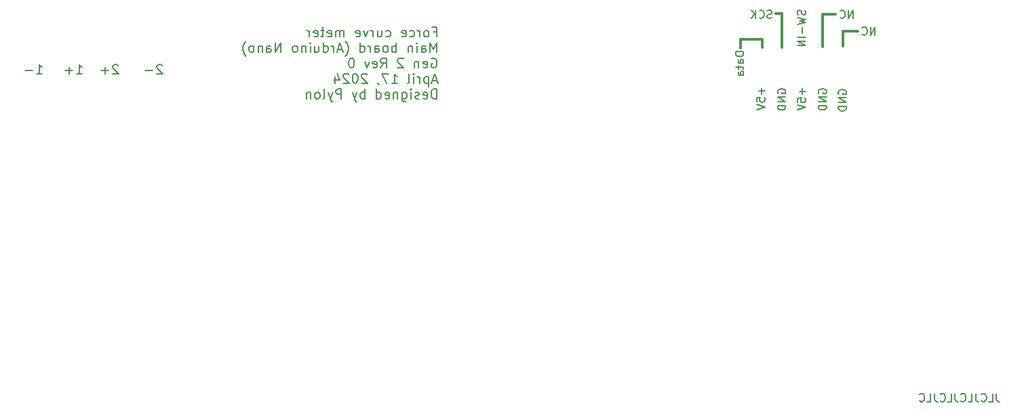
<source format=gbr>
%TF.GenerationSoftware,KiCad,Pcbnew,8.0.1*%
%TF.CreationDate,2024-04-17T23:09:10-04:00*%
%TF.ProjectId,Main-board-ArduinoNano,4d61696e-2d62-46f6-9172-642d41726475,rev?*%
%TF.SameCoordinates,Original*%
%TF.FileFunction,Legend,Bot*%
%TF.FilePolarity,Positive*%
%FSLAX46Y46*%
G04 Gerber Fmt 4.6, Leading zero omitted, Abs format (unit mm)*
G04 Created by KiCad (PCBNEW 8.0.1) date 2024-04-17 23:09:10*
%MOMM*%
%LPD*%
G01*
G04 APERTURE LIST*
%ADD10C,0.300000*%
%ADD11C,0.200000*%
%ADD12C,0.150000*%
G04 APERTURE END LIST*
D10*
X103950000Y-4200000D02*
X101250000Y-4200000D01*
X114050000Y-3200000D02*
X114050000Y-5000000D01*
X106450000Y-1000000D02*
X105650000Y-1000000D01*
X101250000Y-4200000D02*
X101250000Y-5300000D01*
X113150000Y-1100000D02*
X111550000Y-1100000D01*
X106450000Y-5200000D02*
X106450000Y-1000000D01*
X111550000Y-1100000D02*
X111550000Y-5100000D01*
X115950000Y-3200000D02*
X114050000Y-3200000D01*
X103950000Y-5200000D02*
X103950000Y-4200000D01*
D11*
X23585713Y-7459028D02*
X23528570Y-7401885D01*
X23528570Y-7401885D02*
X23414285Y-7344742D01*
X23414285Y-7344742D02*
X23128570Y-7344742D01*
X23128570Y-7344742D02*
X23014285Y-7401885D01*
X23014285Y-7401885D02*
X22957142Y-7459028D01*
X22957142Y-7459028D02*
X22899999Y-7573314D01*
X22899999Y-7573314D02*
X22899999Y-7687600D01*
X22899999Y-7687600D02*
X22957142Y-7859028D01*
X22957142Y-7859028D02*
X23642856Y-8544742D01*
X23642856Y-8544742D02*
X22899999Y-8544742D01*
X22385713Y-8087600D02*
X21471428Y-8087600D01*
X21928570Y-8544742D02*
X21928570Y-7630457D01*
D12*
X133219048Y-48454819D02*
X133219048Y-49169104D01*
X133219048Y-49169104D02*
X133266667Y-49311961D01*
X133266667Y-49311961D02*
X133361905Y-49407200D01*
X133361905Y-49407200D02*
X133504762Y-49454819D01*
X133504762Y-49454819D02*
X133600000Y-49454819D01*
X132266667Y-49454819D02*
X132742857Y-49454819D01*
X132742857Y-49454819D02*
X132742857Y-48454819D01*
X131361905Y-49359580D02*
X131409524Y-49407200D01*
X131409524Y-49407200D02*
X131552381Y-49454819D01*
X131552381Y-49454819D02*
X131647619Y-49454819D01*
X131647619Y-49454819D02*
X131790476Y-49407200D01*
X131790476Y-49407200D02*
X131885714Y-49311961D01*
X131885714Y-49311961D02*
X131933333Y-49216723D01*
X131933333Y-49216723D02*
X131980952Y-49026247D01*
X131980952Y-49026247D02*
X131980952Y-48883390D01*
X131980952Y-48883390D02*
X131933333Y-48692914D01*
X131933333Y-48692914D02*
X131885714Y-48597676D01*
X131885714Y-48597676D02*
X131790476Y-48502438D01*
X131790476Y-48502438D02*
X131647619Y-48454819D01*
X131647619Y-48454819D02*
X131552381Y-48454819D01*
X131552381Y-48454819D02*
X131409524Y-48502438D01*
X131409524Y-48502438D02*
X131361905Y-48550057D01*
X130647619Y-48454819D02*
X130647619Y-49169104D01*
X130647619Y-49169104D02*
X130695238Y-49311961D01*
X130695238Y-49311961D02*
X130790476Y-49407200D01*
X130790476Y-49407200D02*
X130933333Y-49454819D01*
X130933333Y-49454819D02*
X131028571Y-49454819D01*
X129695238Y-49454819D02*
X130171428Y-49454819D01*
X130171428Y-49454819D02*
X130171428Y-48454819D01*
X128790476Y-49359580D02*
X128838095Y-49407200D01*
X128838095Y-49407200D02*
X128980952Y-49454819D01*
X128980952Y-49454819D02*
X129076190Y-49454819D01*
X129076190Y-49454819D02*
X129219047Y-49407200D01*
X129219047Y-49407200D02*
X129314285Y-49311961D01*
X129314285Y-49311961D02*
X129361904Y-49216723D01*
X129361904Y-49216723D02*
X129409523Y-49026247D01*
X129409523Y-49026247D02*
X129409523Y-48883390D01*
X129409523Y-48883390D02*
X129361904Y-48692914D01*
X129361904Y-48692914D02*
X129314285Y-48597676D01*
X129314285Y-48597676D02*
X129219047Y-48502438D01*
X129219047Y-48502438D02*
X129076190Y-48454819D01*
X129076190Y-48454819D02*
X128980952Y-48454819D01*
X128980952Y-48454819D02*
X128838095Y-48502438D01*
X128838095Y-48502438D02*
X128790476Y-48550057D01*
X128076190Y-48454819D02*
X128076190Y-49169104D01*
X128076190Y-49169104D02*
X128123809Y-49311961D01*
X128123809Y-49311961D02*
X128219047Y-49407200D01*
X128219047Y-49407200D02*
X128361904Y-49454819D01*
X128361904Y-49454819D02*
X128457142Y-49454819D01*
X127123809Y-49454819D02*
X127599999Y-49454819D01*
X127599999Y-49454819D02*
X127599999Y-48454819D01*
X126219047Y-49359580D02*
X126266666Y-49407200D01*
X126266666Y-49407200D02*
X126409523Y-49454819D01*
X126409523Y-49454819D02*
X126504761Y-49454819D01*
X126504761Y-49454819D02*
X126647618Y-49407200D01*
X126647618Y-49407200D02*
X126742856Y-49311961D01*
X126742856Y-49311961D02*
X126790475Y-49216723D01*
X126790475Y-49216723D02*
X126838094Y-49026247D01*
X126838094Y-49026247D02*
X126838094Y-48883390D01*
X126838094Y-48883390D02*
X126790475Y-48692914D01*
X126790475Y-48692914D02*
X126742856Y-48597676D01*
X126742856Y-48597676D02*
X126647618Y-48502438D01*
X126647618Y-48502438D02*
X126504761Y-48454819D01*
X126504761Y-48454819D02*
X126409523Y-48454819D01*
X126409523Y-48454819D02*
X126266666Y-48502438D01*
X126266666Y-48502438D02*
X126219047Y-48550057D01*
X125504761Y-48454819D02*
X125504761Y-49169104D01*
X125504761Y-49169104D02*
X125552380Y-49311961D01*
X125552380Y-49311961D02*
X125647618Y-49407200D01*
X125647618Y-49407200D02*
X125790475Y-49454819D01*
X125790475Y-49454819D02*
X125885713Y-49454819D01*
X124552380Y-49454819D02*
X125028570Y-49454819D01*
X125028570Y-49454819D02*
X125028570Y-48454819D01*
X123647618Y-49359580D02*
X123695237Y-49407200D01*
X123695237Y-49407200D02*
X123838094Y-49454819D01*
X123838094Y-49454819D02*
X123933332Y-49454819D01*
X123933332Y-49454819D02*
X124076189Y-49407200D01*
X124076189Y-49407200D02*
X124171427Y-49311961D01*
X124171427Y-49311961D02*
X124219046Y-49216723D01*
X124219046Y-49216723D02*
X124266665Y-49026247D01*
X124266665Y-49026247D02*
X124266665Y-48883390D01*
X124266665Y-48883390D02*
X124219046Y-48692914D01*
X124219046Y-48692914D02*
X124171427Y-48597676D01*
X124171427Y-48597676D02*
X124076189Y-48502438D01*
X124076189Y-48502438D02*
X123933332Y-48454819D01*
X123933332Y-48454819D02*
X123838094Y-48454819D01*
X123838094Y-48454819D02*
X123695237Y-48502438D01*
X123695237Y-48502438D02*
X123647618Y-48550057D01*
D11*
X115335713Y-1552219D02*
X115335713Y-552219D01*
X115335713Y-552219D02*
X114764285Y-1552219D01*
X114764285Y-1552219D02*
X114764285Y-552219D01*
X113716666Y-1456980D02*
X113764285Y-1504600D01*
X113764285Y-1504600D02*
X113907142Y-1552219D01*
X113907142Y-1552219D02*
X114002380Y-1552219D01*
X114002380Y-1552219D02*
X114145237Y-1504600D01*
X114145237Y-1504600D02*
X114240475Y-1409361D01*
X114240475Y-1409361D02*
X114288094Y-1314123D01*
X114288094Y-1314123D02*
X114335713Y-1123647D01*
X114335713Y-1123647D02*
X114335713Y-980790D01*
X114335713Y-980790D02*
X114288094Y-790314D01*
X114288094Y-790314D02*
X114240475Y-695076D01*
X114240475Y-695076D02*
X114145237Y-599838D01*
X114145237Y-599838D02*
X114002380Y-552219D01*
X114002380Y-552219D02*
X113907142Y-552219D01*
X113907142Y-552219D02*
X113764285Y-599838D01*
X113764285Y-599838D02*
X113716666Y-647457D01*
X118085713Y-3652219D02*
X118085713Y-2652219D01*
X118085713Y-2652219D02*
X117514285Y-3652219D01*
X117514285Y-3652219D02*
X117514285Y-2652219D01*
X116466666Y-3556980D02*
X116514285Y-3604600D01*
X116514285Y-3604600D02*
X116657142Y-3652219D01*
X116657142Y-3652219D02*
X116752380Y-3652219D01*
X116752380Y-3652219D02*
X116895237Y-3604600D01*
X116895237Y-3604600D02*
X116990475Y-3509361D01*
X116990475Y-3509361D02*
X117038094Y-3414123D01*
X117038094Y-3414123D02*
X117085713Y-3223647D01*
X117085713Y-3223647D02*
X117085713Y-3080790D01*
X117085713Y-3080790D02*
X117038094Y-2890314D01*
X117038094Y-2890314D02*
X116990475Y-2795076D01*
X116990475Y-2795076D02*
X116895237Y-2699838D01*
X116895237Y-2699838D02*
X116752380Y-2652219D01*
X116752380Y-2652219D02*
X116657142Y-2652219D01*
X116657142Y-2652219D02*
X116514285Y-2699838D01*
X116514285Y-2699838D02*
X116466666Y-2747457D01*
X111049838Y-10938095D02*
X111002219Y-10842857D01*
X111002219Y-10842857D02*
X111002219Y-10700000D01*
X111002219Y-10700000D02*
X111049838Y-10557143D01*
X111049838Y-10557143D02*
X111145076Y-10461905D01*
X111145076Y-10461905D02*
X111240314Y-10414286D01*
X111240314Y-10414286D02*
X111430790Y-10366667D01*
X111430790Y-10366667D02*
X111573647Y-10366667D01*
X111573647Y-10366667D02*
X111764123Y-10414286D01*
X111764123Y-10414286D02*
X111859361Y-10461905D01*
X111859361Y-10461905D02*
X111954600Y-10557143D01*
X111954600Y-10557143D02*
X112002219Y-10700000D01*
X112002219Y-10700000D02*
X112002219Y-10795238D01*
X112002219Y-10795238D02*
X111954600Y-10938095D01*
X111954600Y-10938095D02*
X111906980Y-10985714D01*
X111906980Y-10985714D02*
X111573647Y-10985714D01*
X111573647Y-10985714D02*
X111573647Y-10795238D01*
X112002219Y-11414286D02*
X111002219Y-11414286D01*
X111002219Y-11414286D02*
X112002219Y-11985714D01*
X112002219Y-11985714D02*
X111002219Y-11985714D01*
X112002219Y-12461905D02*
X111002219Y-12461905D01*
X111002219Y-12461905D02*
X111002219Y-12700000D01*
X111002219Y-12700000D02*
X111049838Y-12842857D01*
X111049838Y-12842857D02*
X111145076Y-12938095D01*
X111145076Y-12938095D02*
X111240314Y-12985714D01*
X111240314Y-12985714D02*
X111430790Y-13033333D01*
X111430790Y-13033333D02*
X111573647Y-13033333D01*
X111573647Y-13033333D02*
X111764123Y-12985714D01*
X111764123Y-12985714D02*
X111859361Y-12938095D01*
X111859361Y-12938095D02*
X111954600Y-12842857D01*
X111954600Y-12842857D02*
X112002219Y-12700000D01*
X112002219Y-12700000D02*
X112002219Y-12461905D01*
X105185713Y-1504600D02*
X105042856Y-1552219D01*
X105042856Y-1552219D02*
X104804761Y-1552219D01*
X104804761Y-1552219D02*
X104709523Y-1504600D01*
X104709523Y-1504600D02*
X104661904Y-1456980D01*
X104661904Y-1456980D02*
X104614285Y-1361742D01*
X104614285Y-1361742D02*
X104614285Y-1266504D01*
X104614285Y-1266504D02*
X104661904Y-1171266D01*
X104661904Y-1171266D02*
X104709523Y-1123647D01*
X104709523Y-1123647D02*
X104804761Y-1076028D01*
X104804761Y-1076028D02*
X104995237Y-1028409D01*
X104995237Y-1028409D02*
X105090475Y-980790D01*
X105090475Y-980790D02*
X105138094Y-933171D01*
X105138094Y-933171D02*
X105185713Y-837933D01*
X105185713Y-837933D02*
X105185713Y-742695D01*
X105185713Y-742695D02*
X105138094Y-647457D01*
X105138094Y-647457D02*
X105090475Y-599838D01*
X105090475Y-599838D02*
X104995237Y-552219D01*
X104995237Y-552219D02*
X104757142Y-552219D01*
X104757142Y-552219D02*
X104614285Y-599838D01*
X103614285Y-1456980D02*
X103661904Y-1504600D01*
X103661904Y-1504600D02*
X103804761Y-1552219D01*
X103804761Y-1552219D02*
X103899999Y-1552219D01*
X103899999Y-1552219D02*
X104042856Y-1504600D01*
X104042856Y-1504600D02*
X104138094Y-1409361D01*
X104138094Y-1409361D02*
X104185713Y-1314123D01*
X104185713Y-1314123D02*
X104233332Y-1123647D01*
X104233332Y-1123647D02*
X104233332Y-980790D01*
X104233332Y-980790D02*
X104185713Y-790314D01*
X104185713Y-790314D02*
X104138094Y-695076D01*
X104138094Y-695076D02*
X104042856Y-599838D01*
X104042856Y-599838D02*
X103899999Y-552219D01*
X103899999Y-552219D02*
X103804761Y-552219D01*
X103804761Y-552219D02*
X103661904Y-599838D01*
X103661904Y-599838D02*
X103614285Y-647457D01*
X103185713Y-1552219D02*
X103185713Y-552219D01*
X102614285Y-1552219D02*
X103042856Y-980790D01*
X102614285Y-552219D02*
X103185713Y-1123647D01*
X101652219Y-5747619D02*
X100652219Y-5747619D01*
X100652219Y-5747619D02*
X100652219Y-5985714D01*
X100652219Y-5985714D02*
X100699838Y-6128571D01*
X100699838Y-6128571D02*
X100795076Y-6223809D01*
X100795076Y-6223809D02*
X100890314Y-6271428D01*
X100890314Y-6271428D02*
X101080790Y-6319047D01*
X101080790Y-6319047D02*
X101223647Y-6319047D01*
X101223647Y-6319047D02*
X101414123Y-6271428D01*
X101414123Y-6271428D02*
X101509361Y-6223809D01*
X101509361Y-6223809D02*
X101604600Y-6128571D01*
X101604600Y-6128571D02*
X101652219Y-5985714D01*
X101652219Y-5985714D02*
X101652219Y-5747619D01*
X101652219Y-7176190D02*
X101128409Y-7176190D01*
X101128409Y-7176190D02*
X101033171Y-7128571D01*
X101033171Y-7128571D02*
X100985552Y-7033333D01*
X100985552Y-7033333D02*
X100985552Y-6842857D01*
X100985552Y-6842857D02*
X101033171Y-6747619D01*
X101604600Y-7176190D02*
X101652219Y-7080952D01*
X101652219Y-7080952D02*
X101652219Y-6842857D01*
X101652219Y-6842857D02*
X101604600Y-6747619D01*
X101604600Y-6747619D02*
X101509361Y-6700000D01*
X101509361Y-6700000D02*
X101414123Y-6700000D01*
X101414123Y-6700000D02*
X101318885Y-6747619D01*
X101318885Y-6747619D02*
X101271266Y-6842857D01*
X101271266Y-6842857D02*
X101271266Y-7080952D01*
X101271266Y-7080952D02*
X101223647Y-7176190D01*
X100985552Y-7509524D02*
X100985552Y-7890476D01*
X100652219Y-7652381D02*
X101509361Y-7652381D01*
X101509361Y-7652381D02*
X101604600Y-7700000D01*
X101604600Y-7700000D02*
X101652219Y-7795238D01*
X101652219Y-7795238D02*
X101652219Y-7890476D01*
X101652219Y-8652381D02*
X101128409Y-8652381D01*
X101128409Y-8652381D02*
X101033171Y-8604762D01*
X101033171Y-8604762D02*
X100985552Y-8509524D01*
X100985552Y-8509524D02*
X100985552Y-8319048D01*
X100985552Y-8319048D02*
X101033171Y-8223810D01*
X101604600Y-8652381D02*
X101652219Y-8557143D01*
X101652219Y-8557143D02*
X101652219Y-8319048D01*
X101652219Y-8319048D02*
X101604600Y-8223810D01*
X101604600Y-8223810D02*
X101509361Y-8176191D01*
X101509361Y-8176191D02*
X101414123Y-8176191D01*
X101414123Y-8176191D02*
X101318885Y-8223810D01*
X101318885Y-8223810D02*
X101271266Y-8319048D01*
X101271266Y-8319048D02*
X101271266Y-8557143D01*
X101271266Y-8557143D02*
X101223647Y-8652381D01*
X109021266Y-10314286D02*
X109021266Y-11076191D01*
X109402219Y-10695238D02*
X108640314Y-10695238D01*
X108402219Y-12028571D02*
X108402219Y-11552381D01*
X108402219Y-11552381D02*
X108878409Y-11504762D01*
X108878409Y-11504762D02*
X108830790Y-11552381D01*
X108830790Y-11552381D02*
X108783171Y-11647619D01*
X108783171Y-11647619D02*
X108783171Y-11885714D01*
X108783171Y-11885714D02*
X108830790Y-11980952D01*
X108830790Y-11980952D02*
X108878409Y-12028571D01*
X108878409Y-12028571D02*
X108973647Y-12076190D01*
X108973647Y-12076190D02*
X109211742Y-12076190D01*
X109211742Y-12076190D02*
X109306980Y-12028571D01*
X109306980Y-12028571D02*
X109354600Y-11980952D01*
X109354600Y-11980952D02*
X109402219Y-11885714D01*
X109402219Y-11885714D02*
X109402219Y-11647619D01*
X109402219Y-11647619D02*
X109354600Y-11552381D01*
X109354600Y-11552381D02*
X109306980Y-11504762D01*
X108402219Y-12361905D02*
X109402219Y-12695238D01*
X109402219Y-12695238D02*
X108402219Y-13028571D01*
X103921266Y-10264286D02*
X103921266Y-11026191D01*
X104302219Y-10645238D02*
X103540314Y-10645238D01*
X103302219Y-11978571D02*
X103302219Y-11502381D01*
X103302219Y-11502381D02*
X103778409Y-11454762D01*
X103778409Y-11454762D02*
X103730790Y-11502381D01*
X103730790Y-11502381D02*
X103683171Y-11597619D01*
X103683171Y-11597619D02*
X103683171Y-11835714D01*
X103683171Y-11835714D02*
X103730790Y-11930952D01*
X103730790Y-11930952D02*
X103778409Y-11978571D01*
X103778409Y-11978571D02*
X103873647Y-12026190D01*
X103873647Y-12026190D02*
X104111742Y-12026190D01*
X104111742Y-12026190D02*
X104206980Y-11978571D01*
X104206980Y-11978571D02*
X104254600Y-11930952D01*
X104254600Y-11930952D02*
X104302219Y-11835714D01*
X104302219Y-11835714D02*
X104302219Y-11597619D01*
X104302219Y-11597619D02*
X104254600Y-11502381D01*
X104254600Y-11502381D02*
X104206980Y-11454762D01*
X103302219Y-12311905D02*
X104302219Y-12645238D01*
X104302219Y-12645238D02*
X103302219Y-12978571D01*
X18399999Y-8544742D02*
X19085713Y-8544742D01*
X18742856Y-8544742D02*
X18742856Y-7344742D01*
X18742856Y-7344742D02*
X18857142Y-7516171D01*
X18857142Y-7516171D02*
X18971427Y-7630457D01*
X18971427Y-7630457D02*
X19085713Y-7687600D01*
X17885713Y-8087600D02*
X16971428Y-8087600D01*
X17428570Y-8544742D02*
X17428570Y-7630457D01*
X113549838Y-11038095D02*
X113502219Y-10942857D01*
X113502219Y-10942857D02*
X113502219Y-10800000D01*
X113502219Y-10800000D02*
X113549838Y-10657143D01*
X113549838Y-10657143D02*
X113645076Y-10561905D01*
X113645076Y-10561905D02*
X113740314Y-10514286D01*
X113740314Y-10514286D02*
X113930790Y-10466667D01*
X113930790Y-10466667D02*
X114073647Y-10466667D01*
X114073647Y-10466667D02*
X114264123Y-10514286D01*
X114264123Y-10514286D02*
X114359361Y-10561905D01*
X114359361Y-10561905D02*
X114454600Y-10657143D01*
X114454600Y-10657143D02*
X114502219Y-10800000D01*
X114502219Y-10800000D02*
X114502219Y-10895238D01*
X114502219Y-10895238D02*
X114454600Y-11038095D01*
X114454600Y-11038095D02*
X114406980Y-11085714D01*
X114406980Y-11085714D02*
X114073647Y-11085714D01*
X114073647Y-11085714D02*
X114073647Y-10895238D01*
X114502219Y-11514286D02*
X113502219Y-11514286D01*
X113502219Y-11514286D02*
X114502219Y-12085714D01*
X114502219Y-12085714D02*
X113502219Y-12085714D01*
X114502219Y-12561905D02*
X113502219Y-12561905D01*
X113502219Y-12561905D02*
X113502219Y-12800000D01*
X113502219Y-12800000D02*
X113549838Y-12942857D01*
X113549838Y-12942857D02*
X113645076Y-13038095D01*
X113645076Y-13038095D02*
X113740314Y-13085714D01*
X113740314Y-13085714D02*
X113930790Y-13133333D01*
X113930790Y-13133333D02*
X114073647Y-13133333D01*
X114073647Y-13133333D02*
X114264123Y-13085714D01*
X114264123Y-13085714D02*
X114359361Y-13038095D01*
X114359361Y-13038095D02*
X114454600Y-12942857D01*
X114454600Y-12942857D02*
X114502219Y-12800000D01*
X114502219Y-12800000D02*
X114502219Y-12561905D01*
X109354600Y-561905D02*
X109402219Y-704762D01*
X109402219Y-704762D02*
X109402219Y-942857D01*
X109402219Y-942857D02*
X109354600Y-1038095D01*
X109354600Y-1038095D02*
X109306980Y-1085714D01*
X109306980Y-1085714D02*
X109211742Y-1133333D01*
X109211742Y-1133333D02*
X109116504Y-1133333D01*
X109116504Y-1133333D02*
X109021266Y-1085714D01*
X109021266Y-1085714D02*
X108973647Y-1038095D01*
X108973647Y-1038095D02*
X108926028Y-942857D01*
X108926028Y-942857D02*
X108878409Y-752381D01*
X108878409Y-752381D02*
X108830790Y-657143D01*
X108830790Y-657143D02*
X108783171Y-609524D01*
X108783171Y-609524D02*
X108687933Y-561905D01*
X108687933Y-561905D02*
X108592695Y-561905D01*
X108592695Y-561905D02*
X108497457Y-609524D01*
X108497457Y-609524D02*
X108449838Y-657143D01*
X108449838Y-657143D02*
X108402219Y-752381D01*
X108402219Y-752381D02*
X108402219Y-990476D01*
X108402219Y-990476D02*
X108449838Y-1133333D01*
X108402219Y-1466667D02*
X109402219Y-1704762D01*
X109402219Y-1704762D02*
X108687933Y-1895238D01*
X108687933Y-1895238D02*
X109402219Y-2085714D01*
X109402219Y-2085714D02*
X108402219Y-2323810D01*
X109021266Y-2704762D02*
X109021266Y-3466667D01*
X109402219Y-3942857D02*
X108402219Y-3942857D01*
X109402219Y-4419047D02*
X108402219Y-4419047D01*
X108402219Y-4419047D02*
X109402219Y-4990475D01*
X109402219Y-4990475D02*
X108402219Y-4990475D01*
X13399999Y-8544742D02*
X14085713Y-8544742D01*
X13742856Y-8544742D02*
X13742856Y-7344742D01*
X13742856Y-7344742D02*
X13857142Y-7516171D01*
X13857142Y-7516171D02*
X13971427Y-7630457D01*
X13971427Y-7630457D02*
X14085713Y-7687600D01*
X12885713Y-8087600D02*
X11971428Y-8087600D01*
X105949838Y-10938095D02*
X105902219Y-10842857D01*
X105902219Y-10842857D02*
X105902219Y-10700000D01*
X105902219Y-10700000D02*
X105949838Y-10557143D01*
X105949838Y-10557143D02*
X106045076Y-10461905D01*
X106045076Y-10461905D02*
X106140314Y-10414286D01*
X106140314Y-10414286D02*
X106330790Y-10366667D01*
X106330790Y-10366667D02*
X106473647Y-10366667D01*
X106473647Y-10366667D02*
X106664123Y-10414286D01*
X106664123Y-10414286D02*
X106759361Y-10461905D01*
X106759361Y-10461905D02*
X106854600Y-10557143D01*
X106854600Y-10557143D02*
X106902219Y-10700000D01*
X106902219Y-10700000D02*
X106902219Y-10795238D01*
X106902219Y-10795238D02*
X106854600Y-10938095D01*
X106854600Y-10938095D02*
X106806980Y-10985714D01*
X106806980Y-10985714D02*
X106473647Y-10985714D01*
X106473647Y-10985714D02*
X106473647Y-10795238D01*
X106902219Y-11414286D02*
X105902219Y-11414286D01*
X105902219Y-11414286D02*
X106902219Y-11985714D01*
X106902219Y-11985714D02*
X105902219Y-11985714D01*
X106902219Y-12461905D02*
X105902219Y-12461905D01*
X105902219Y-12461905D02*
X105902219Y-12700000D01*
X105902219Y-12700000D02*
X105949838Y-12842857D01*
X105949838Y-12842857D02*
X106045076Y-12938095D01*
X106045076Y-12938095D02*
X106140314Y-12985714D01*
X106140314Y-12985714D02*
X106330790Y-13033333D01*
X106330790Y-13033333D02*
X106473647Y-13033333D01*
X106473647Y-13033333D02*
X106664123Y-12985714D01*
X106664123Y-12985714D02*
X106759361Y-12938095D01*
X106759361Y-12938095D02*
X106854600Y-12842857D01*
X106854600Y-12842857D02*
X106902219Y-12700000D01*
X106902219Y-12700000D02*
X106902219Y-12461905D01*
X29085713Y-7459028D02*
X29028570Y-7401885D01*
X29028570Y-7401885D02*
X28914285Y-7344742D01*
X28914285Y-7344742D02*
X28628570Y-7344742D01*
X28628570Y-7344742D02*
X28514285Y-7401885D01*
X28514285Y-7401885D02*
X28457142Y-7459028D01*
X28457142Y-7459028D02*
X28399999Y-7573314D01*
X28399999Y-7573314D02*
X28399999Y-7687600D01*
X28399999Y-7687600D02*
X28457142Y-7859028D01*
X28457142Y-7859028D02*
X29142856Y-8544742D01*
X29142856Y-8544742D02*
X28399999Y-8544742D01*
X27885713Y-8087600D02*
X26971428Y-8087600D01*
X62932707Y-3252305D02*
X63332707Y-3252305D01*
X63332707Y-3880876D02*
X63332707Y-2680876D01*
X63332707Y-2680876D02*
X62761279Y-2680876D01*
X62132708Y-3880876D02*
X62246993Y-3823734D01*
X62246993Y-3823734D02*
X62304136Y-3766591D01*
X62304136Y-3766591D02*
X62361279Y-3652305D01*
X62361279Y-3652305D02*
X62361279Y-3309448D01*
X62361279Y-3309448D02*
X62304136Y-3195162D01*
X62304136Y-3195162D02*
X62246993Y-3138019D01*
X62246993Y-3138019D02*
X62132708Y-3080876D01*
X62132708Y-3080876D02*
X61961279Y-3080876D01*
X61961279Y-3080876D02*
X61846993Y-3138019D01*
X61846993Y-3138019D02*
X61789851Y-3195162D01*
X61789851Y-3195162D02*
X61732708Y-3309448D01*
X61732708Y-3309448D02*
X61732708Y-3652305D01*
X61732708Y-3652305D02*
X61789851Y-3766591D01*
X61789851Y-3766591D02*
X61846993Y-3823734D01*
X61846993Y-3823734D02*
X61961279Y-3880876D01*
X61961279Y-3880876D02*
X62132708Y-3880876D01*
X61218422Y-3880876D02*
X61218422Y-3080876D01*
X61218422Y-3309448D02*
X61161279Y-3195162D01*
X61161279Y-3195162D02*
X61104137Y-3138019D01*
X61104137Y-3138019D02*
X60989851Y-3080876D01*
X60989851Y-3080876D02*
X60875565Y-3080876D01*
X59961280Y-3823734D02*
X60075565Y-3880876D01*
X60075565Y-3880876D02*
X60304137Y-3880876D01*
X60304137Y-3880876D02*
X60418422Y-3823734D01*
X60418422Y-3823734D02*
X60475565Y-3766591D01*
X60475565Y-3766591D02*
X60532708Y-3652305D01*
X60532708Y-3652305D02*
X60532708Y-3309448D01*
X60532708Y-3309448D02*
X60475565Y-3195162D01*
X60475565Y-3195162D02*
X60418422Y-3138019D01*
X60418422Y-3138019D02*
X60304137Y-3080876D01*
X60304137Y-3080876D02*
X60075565Y-3080876D01*
X60075565Y-3080876D02*
X59961280Y-3138019D01*
X58989851Y-3823734D02*
X59104137Y-3880876D01*
X59104137Y-3880876D02*
X59332709Y-3880876D01*
X59332709Y-3880876D02*
X59446994Y-3823734D01*
X59446994Y-3823734D02*
X59504137Y-3709448D01*
X59504137Y-3709448D02*
X59504137Y-3252305D01*
X59504137Y-3252305D02*
X59446994Y-3138019D01*
X59446994Y-3138019D02*
X59332709Y-3080876D01*
X59332709Y-3080876D02*
X59104137Y-3080876D01*
X59104137Y-3080876D02*
X58989851Y-3138019D01*
X58989851Y-3138019D02*
X58932709Y-3252305D01*
X58932709Y-3252305D02*
X58932709Y-3366591D01*
X58932709Y-3366591D02*
X59504137Y-3480876D01*
X56989852Y-3823734D02*
X57104137Y-3880876D01*
X57104137Y-3880876D02*
X57332709Y-3880876D01*
X57332709Y-3880876D02*
X57446994Y-3823734D01*
X57446994Y-3823734D02*
X57504137Y-3766591D01*
X57504137Y-3766591D02*
X57561280Y-3652305D01*
X57561280Y-3652305D02*
X57561280Y-3309448D01*
X57561280Y-3309448D02*
X57504137Y-3195162D01*
X57504137Y-3195162D02*
X57446994Y-3138019D01*
X57446994Y-3138019D02*
X57332709Y-3080876D01*
X57332709Y-3080876D02*
X57104137Y-3080876D01*
X57104137Y-3080876D02*
X56989852Y-3138019D01*
X55961281Y-3080876D02*
X55961281Y-3880876D01*
X56475566Y-3080876D02*
X56475566Y-3709448D01*
X56475566Y-3709448D02*
X56418423Y-3823734D01*
X56418423Y-3823734D02*
X56304138Y-3880876D01*
X56304138Y-3880876D02*
X56132709Y-3880876D01*
X56132709Y-3880876D02*
X56018423Y-3823734D01*
X56018423Y-3823734D02*
X55961281Y-3766591D01*
X55389852Y-3880876D02*
X55389852Y-3080876D01*
X55389852Y-3309448D02*
X55332709Y-3195162D01*
X55332709Y-3195162D02*
X55275567Y-3138019D01*
X55275567Y-3138019D02*
X55161281Y-3080876D01*
X55161281Y-3080876D02*
X55046995Y-3080876D01*
X54761281Y-3080876D02*
X54475567Y-3880876D01*
X54475567Y-3880876D02*
X54189852Y-3080876D01*
X53275566Y-3823734D02*
X53389852Y-3880876D01*
X53389852Y-3880876D02*
X53618424Y-3880876D01*
X53618424Y-3880876D02*
X53732709Y-3823734D01*
X53732709Y-3823734D02*
X53789852Y-3709448D01*
X53789852Y-3709448D02*
X53789852Y-3252305D01*
X53789852Y-3252305D02*
X53732709Y-3138019D01*
X53732709Y-3138019D02*
X53618424Y-3080876D01*
X53618424Y-3080876D02*
X53389852Y-3080876D01*
X53389852Y-3080876D02*
X53275566Y-3138019D01*
X53275566Y-3138019D02*
X53218424Y-3252305D01*
X53218424Y-3252305D02*
X53218424Y-3366591D01*
X53218424Y-3366591D02*
X53789852Y-3480876D01*
X51789852Y-3880876D02*
X51789852Y-3080876D01*
X51789852Y-3195162D02*
X51732709Y-3138019D01*
X51732709Y-3138019D02*
X51618424Y-3080876D01*
X51618424Y-3080876D02*
X51446995Y-3080876D01*
X51446995Y-3080876D02*
X51332709Y-3138019D01*
X51332709Y-3138019D02*
X51275567Y-3252305D01*
X51275567Y-3252305D02*
X51275567Y-3880876D01*
X51275567Y-3252305D02*
X51218424Y-3138019D01*
X51218424Y-3138019D02*
X51104138Y-3080876D01*
X51104138Y-3080876D02*
X50932709Y-3080876D01*
X50932709Y-3080876D02*
X50818424Y-3138019D01*
X50818424Y-3138019D02*
X50761281Y-3252305D01*
X50761281Y-3252305D02*
X50761281Y-3880876D01*
X49732709Y-3823734D02*
X49846995Y-3880876D01*
X49846995Y-3880876D02*
X50075567Y-3880876D01*
X50075567Y-3880876D02*
X50189852Y-3823734D01*
X50189852Y-3823734D02*
X50246995Y-3709448D01*
X50246995Y-3709448D02*
X50246995Y-3252305D01*
X50246995Y-3252305D02*
X50189852Y-3138019D01*
X50189852Y-3138019D02*
X50075567Y-3080876D01*
X50075567Y-3080876D02*
X49846995Y-3080876D01*
X49846995Y-3080876D02*
X49732709Y-3138019D01*
X49732709Y-3138019D02*
X49675567Y-3252305D01*
X49675567Y-3252305D02*
X49675567Y-3366591D01*
X49675567Y-3366591D02*
X50246995Y-3480876D01*
X49332710Y-3080876D02*
X48875567Y-3080876D01*
X49161281Y-2680876D02*
X49161281Y-3709448D01*
X49161281Y-3709448D02*
X49104138Y-3823734D01*
X49104138Y-3823734D02*
X48989853Y-3880876D01*
X48989853Y-3880876D02*
X48875567Y-3880876D01*
X48018424Y-3823734D02*
X48132710Y-3880876D01*
X48132710Y-3880876D02*
X48361282Y-3880876D01*
X48361282Y-3880876D02*
X48475567Y-3823734D01*
X48475567Y-3823734D02*
X48532710Y-3709448D01*
X48532710Y-3709448D02*
X48532710Y-3252305D01*
X48532710Y-3252305D02*
X48475567Y-3138019D01*
X48475567Y-3138019D02*
X48361282Y-3080876D01*
X48361282Y-3080876D02*
X48132710Y-3080876D01*
X48132710Y-3080876D02*
X48018424Y-3138019D01*
X48018424Y-3138019D02*
X47961282Y-3252305D01*
X47961282Y-3252305D02*
X47961282Y-3366591D01*
X47961282Y-3366591D02*
X48532710Y-3480876D01*
X47446996Y-3880876D02*
X47446996Y-3080876D01*
X47446996Y-3309448D02*
X47389853Y-3195162D01*
X47389853Y-3195162D02*
X47332711Y-3138019D01*
X47332711Y-3138019D02*
X47218425Y-3080876D01*
X47218425Y-3080876D02*
X47104139Y-3080876D01*
X63332707Y-5812809D02*
X63332707Y-4612809D01*
X63332707Y-4612809D02*
X62932707Y-5469952D01*
X62932707Y-5469952D02*
X62532707Y-4612809D01*
X62532707Y-4612809D02*
X62532707Y-5812809D01*
X61446993Y-5812809D02*
X61446993Y-5184238D01*
X61446993Y-5184238D02*
X61504135Y-5069952D01*
X61504135Y-5069952D02*
X61618421Y-5012809D01*
X61618421Y-5012809D02*
X61846993Y-5012809D01*
X61846993Y-5012809D02*
X61961278Y-5069952D01*
X61446993Y-5755667D02*
X61561278Y-5812809D01*
X61561278Y-5812809D02*
X61846993Y-5812809D01*
X61846993Y-5812809D02*
X61961278Y-5755667D01*
X61961278Y-5755667D02*
X62018421Y-5641381D01*
X62018421Y-5641381D02*
X62018421Y-5527095D01*
X62018421Y-5527095D02*
X61961278Y-5412809D01*
X61961278Y-5412809D02*
X61846993Y-5355667D01*
X61846993Y-5355667D02*
X61561278Y-5355667D01*
X61561278Y-5355667D02*
X61446993Y-5298524D01*
X60875564Y-5812809D02*
X60875564Y-5012809D01*
X60875564Y-4612809D02*
X60932707Y-4669952D01*
X60932707Y-4669952D02*
X60875564Y-4727095D01*
X60875564Y-4727095D02*
X60818421Y-4669952D01*
X60818421Y-4669952D02*
X60875564Y-4612809D01*
X60875564Y-4612809D02*
X60875564Y-4727095D01*
X60304135Y-5012809D02*
X60304135Y-5812809D01*
X60304135Y-5127095D02*
X60246992Y-5069952D01*
X60246992Y-5069952D02*
X60132707Y-5012809D01*
X60132707Y-5012809D02*
X59961278Y-5012809D01*
X59961278Y-5012809D02*
X59846992Y-5069952D01*
X59846992Y-5069952D02*
X59789850Y-5184238D01*
X59789850Y-5184238D02*
X59789850Y-5812809D01*
X58304135Y-5812809D02*
X58304135Y-4612809D01*
X58304135Y-5069952D02*
X58189850Y-5012809D01*
X58189850Y-5012809D02*
X57961278Y-5012809D01*
X57961278Y-5012809D02*
X57846992Y-5069952D01*
X57846992Y-5069952D02*
X57789850Y-5127095D01*
X57789850Y-5127095D02*
X57732707Y-5241381D01*
X57732707Y-5241381D02*
X57732707Y-5584238D01*
X57732707Y-5584238D02*
X57789850Y-5698524D01*
X57789850Y-5698524D02*
X57846992Y-5755667D01*
X57846992Y-5755667D02*
X57961278Y-5812809D01*
X57961278Y-5812809D02*
X58189850Y-5812809D01*
X58189850Y-5812809D02*
X58304135Y-5755667D01*
X57046993Y-5812809D02*
X57161278Y-5755667D01*
X57161278Y-5755667D02*
X57218421Y-5698524D01*
X57218421Y-5698524D02*
X57275564Y-5584238D01*
X57275564Y-5584238D02*
X57275564Y-5241381D01*
X57275564Y-5241381D02*
X57218421Y-5127095D01*
X57218421Y-5127095D02*
X57161278Y-5069952D01*
X57161278Y-5069952D02*
X57046993Y-5012809D01*
X57046993Y-5012809D02*
X56875564Y-5012809D01*
X56875564Y-5012809D02*
X56761278Y-5069952D01*
X56761278Y-5069952D02*
X56704136Y-5127095D01*
X56704136Y-5127095D02*
X56646993Y-5241381D01*
X56646993Y-5241381D02*
X56646993Y-5584238D01*
X56646993Y-5584238D02*
X56704136Y-5698524D01*
X56704136Y-5698524D02*
X56761278Y-5755667D01*
X56761278Y-5755667D02*
X56875564Y-5812809D01*
X56875564Y-5812809D02*
X57046993Y-5812809D01*
X55618422Y-5812809D02*
X55618422Y-5184238D01*
X55618422Y-5184238D02*
X55675564Y-5069952D01*
X55675564Y-5069952D02*
X55789850Y-5012809D01*
X55789850Y-5012809D02*
X56018422Y-5012809D01*
X56018422Y-5012809D02*
X56132707Y-5069952D01*
X55618422Y-5755667D02*
X55732707Y-5812809D01*
X55732707Y-5812809D02*
X56018422Y-5812809D01*
X56018422Y-5812809D02*
X56132707Y-5755667D01*
X56132707Y-5755667D02*
X56189850Y-5641381D01*
X56189850Y-5641381D02*
X56189850Y-5527095D01*
X56189850Y-5527095D02*
X56132707Y-5412809D01*
X56132707Y-5412809D02*
X56018422Y-5355667D01*
X56018422Y-5355667D02*
X55732707Y-5355667D01*
X55732707Y-5355667D02*
X55618422Y-5298524D01*
X55046993Y-5812809D02*
X55046993Y-5012809D01*
X55046993Y-5241381D02*
X54989850Y-5127095D01*
X54989850Y-5127095D02*
X54932708Y-5069952D01*
X54932708Y-5069952D02*
X54818422Y-5012809D01*
X54818422Y-5012809D02*
X54704136Y-5012809D01*
X53789851Y-5812809D02*
X53789851Y-4612809D01*
X53789851Y-5755667D02*
X53904136Y-5812809D01*
X53904136Y-5812809D02*
X54132708Y-5812809D01*
X54132708Y-5812809D02*
X54246993Y-5755667D01*
X54246993Y-5755667D02*
X54304136Y-5698524D01*
X54304136Y-5698524D02*
X54361279Y-5584238D01*
X54361279Y-5584238D02*
X54361279Y-5241381D01*
X54361279Y-5241381D02*
X54304136Y-5127095D01*
X54304136Y-5127095D02*
X54246993Y-5069952D01*
X54246993Y-5069952D02*
X54132708Y-5012809D01*
X54132708Y-5012809D02*
X53904136Y-5012809D01*
X53904136Y-5012809D02*
X53789851Y-5069952D01*
X51961279Y-6269952D02*
X52018422Y-6212809D01*
X52018422Y-6212809D02*
X52132708Y-6041381D01*
X52132708Y-6041381D02*
X52189851Y-5927095D01*
X52189851Y-5927095D02*
X52246993Y-5755667D01*
X52246993Y-5755667D02*
X52304136Y-5469952D01*
X52304136Y-5469952D02*
X52304136Y-5241381D01*
X52304136Y-5241381D02*
X52246993Y-4955667D01*
X52246993Y-4955667D02*
X52189851Y-4784238D01*
X52189851Y-4784238D02*
X52132708Y-4669952D01*
X52132708Y-4669952D02*
X52018422Y-4498524D01*
X52018422Y-4498524D02*
X51961279Y-4441381D01*
X51561279Y-5469952D02*
X50989851Y-5469952D01*
X51675565Y-5812809D02*
X51275565Y-4612809D01*
X51275565Y-4612809D02*
X50875565Y-5812809D01*
X50475565Y-5812809D02*
X50475565Y-5012809D01*
X50475565Y-5241381D02*
X50418422Y-5127095D01*
X50418422Y-5127095D02*
X50361280Y-5069952D01*
X50361280Y-5069952D02*
X50246994Y-5012809D01*
X50246994Y-5012809D02*
X50132708Y-5012809D01*
X49218423Y-5812809D02*
X49218423Y-4612809D01*
X49218423Y-5755667D02*
X49332708Y-5812809D01*
X49332708Y-5812809D02*
X49561280Y-5812809D01*
X49561280Y-5812809D02*
X49675565Y-5755667D01*
X49675565Y-5755667D02*
X49732708Y-5698524D01*
X49732708Y-5698524D02*
X49789851Y-5584238D01*
X49789851Y-5584238D02*
X49789851Y-5241381D01*
X49789851Y-5241381D02*
X49732708Y-5127095D01*
X49732708Y-5127095D02*
X49675565Y-5069952D01*
X49675565Y-5069952D02*
X49561280Y-5012809D01*
X49561280Y-5012809D02*
X49332708Y-5012809D01*
X49332708Y-5012809D02*
X49218423Y-5069952D01*
X48132709Y-5012809D02*
X48132709Y-5812809D01*
X48646994Y-5012809D02*
X48646994Y-5641381D01*
X48646994Y-5641381D02*
X48589851Y-5755667D01*
X48589851Y-5755667D02*
X48475566Y-5812809D01*
X48475566Y-5812809D02*
X48304137Y-5812809D01*
X48304137Y-5812809D02*
X48189851Y-5755667D01*
X48189851Y-5755667D02*
X48132709Y-5698524D01*
X47561280Y-5812809D02*
X47561280Y-5012809D01*
X47561280Y-4612809D02*
X47618423Y-4669952D01*
X47618423Y-4669952D02*
X47561280Y-4727095D01*
X47561280Y-4727095D02*
X47504137Y-4669952D01*
X47504137Y-4669952D02*
X47561280Y-4612809D01*
X47561280Y-4612809D02*
X47561280Y-4727095D01*
X46989851Y-5012809D02*
X46989851Y-5812809D01*
X46989851Y-5127095D02*
X46932708Y-5069952D01*
X46932708Y-5069952D02*
X46818423Y-5012809D01*
X46818423Y-5012809D02*
X46646994Y-5012809D01*
X46646994Y-5012809D02*
X46532708Y-5069952D01*
X46532708Y-5069952D02*
X46475566Y-5184238D01*
X46475566Y-5184238D02*
X46475566Y-5812809D01*
X45732709Y-5812809D02*
X45846994Y-5755667D01*
X45846994Y-5755667D02*
X45904137Y-5698524D01*
X45904137Y-5698524D02*
X45961280Y-5584238D01*
X45961280Y-5584238D02*
X45961280Y-5241381D01*
X45961280Y-5241381D02*
X45904137Y-5127095D01*
X45904137Y-5127095D02*
X45846994Y-5069952D01*
X45846994Y-5069952D02*
X45732709Y-5012809D01*
X45732709Y-5012809D02*
X45561280Y-5012809D01*
X45561280Y-5012809D02*
X45446994Y-5069952D01*
X45446994Y-5069952D02*
X45389852Y-5127095D01*
X45389852Y-5127095D02*
X45332709Y-5241381D01*
X45332709Y-5241381D02*
X45332709Y-5584238D01*
X45332709Y-5584238D02*
X45389852Y-5698524D01*
X45389852Y-5698524D02*
X45446994Y-5755667D01*
X45446994Y-5755667D02*
X45561280Y-5812809D01*
X45561280Y-5812809D02*
X45732709Y-5812809D01*
X43904137Y-5812809D02*
X43904137Y-4612809D01*
X43904137Y-4612809D02*
X43218423Y-5812809D01*
X43218423Y-5812809D02*
X43218423Y-4612809D01*
X42132709Y-5812809D02*
X42132709Y-5184238D01*
X42132709Y-5184238D02*
X42189851Y-5069952D01*
X42189851Y-5069952D02*
X42304137Y-5012809D01*
X42304137Y-5012809D02*
X42532709Y-5012809D01*
X42532709Y-5012809D02*
X42646994Y-5069952D01*
X42132709Y-5755667D02*
X42246994Y-5812809D01*
X42246994Y-5812809D02*
X42532709Y-5812809D01*
X42532709Y-5812809D02*
X42646994Y-5755667D01*
X42646994Y-5755667D02*
X42704137Y-5641381D01*
X42704137Y-5641381D02*
X42704137Y-5527095D01*
X42704137Y-5527095D02*
X42646994Y-5412809D01*
X42646994Y-5412809D02*
X42532709Y-5355667D01*
X42532709Y-5355667D02*
X42246994Y-5355667D01*
X42246994Y-5355667D02*
X42132709Y-5298524D01*
X41561280Y-5012809D02*
X41561280Y-5812809D01*
X41561280Y-5127095D02*
X41504137Y-5069952D01*
X41504137Y-5069952D02*
X41389852Y-5012809D01*
X41389852Y-5012809D02*
X41218423Y-5012809D01*
X41218423Y-5012809D02*
X41104137Y-5069952D01*
X41104137Y-5069952D02*
X41046995Y-5184238D01*
X41046995Y-5184238D02*
X41046995Y-5812809D01*
X40304138Y-5812809D02*
X40418423Y-5755667D01*
X40418423Y-5755667D02*
X40475566Y-5698524D01*
X40475566Y-5698524D02*
X40532709Y-5584238D01*
X40532709Y-5584238D02*
X40532709Y-5241381D01*
X40532709Y-5241381D02*
X40475566Y-5127095D01*
X40475566Y-5127095D02*
X40418423Y-5069952D01*
X40418423Y-5069952D02*
X40304138Y-5012809D01*
X40304138Y-5012809D02*
X40132709Y-5012809D01*
X40132709Y-5012809D02*
X40018423Y-5069952D01*
X40018423Y-5069952D02*
X39961281Y-5127095D01*
X39961281Y-5127095D02*
X39904138Y-5241381D01*
X39904138Y-5241381D02*
X39904138Y-5584238D01*
X39904138Y-5584238D02*
X39961281Y-5698524D01*
X39961281Y-5698524D02*
X40018423Y-5755667D01*
X40018423Y-5755667D02*
X40132709Y-5812809D01*
X40132709Y-5812809D02*
X40304138Y-5812809D01*
X39504138Y-6269952D02*
X39446995Y-6212809D01*
X39446995Y-6212809D02*
X39332709Y-6041381D01*
X39332709Y-6041381D02*
X39275567Y-5927095D01*
X39275567Y-5927095D02*
X39218424Y-5755667D01*
X39218424Y-5755667D02*
X39161281Y-5469952D01*
X39161281Y-5469952D02*
X39161281Y-5241381D01*
X39161281Y-5241381D02*
X39218424Y-4955667D01*
X39218424Y-4955667D02*
X39275567Y-4784238D01*
X39275567Y-4784238D02*
X39332709Y-4669952D01*
X39332709Y-4669952D02*
X39446995Y-4498524D01*
X39446995Y-4498524D02*
X39504138Y-4441381D01*
X62704136Y-6601885D02*
X62818422Y-6544742D01*
X62818422Y-6544742D02*
X62989850Y-6544742D01*
X62989850Y-6544742D02*
X63161279Y-6601885D01*
X63161279Y-6601885D02*
X63275564Y-6716171D01*
X63275564Y-6716171D02*
X63332707Y-6830457D01*
X63332707Y-6830457D02*
X63389850Y-7059028D01*
X63389850Y-7059028D02*
X63389850Y-7230457D01*
X63389850Y-7230457D02*
X63332707Y-7459028D01*
X63332707Y-7459028D02*
X63275564Y-7573314D01*
X63275564Y-7573314D02*
X63161279Y-7687600D01*
X63161279Y-7687600D02*
X62989850Y-7744742D01*
X62989850Y-7744742D02*
X62875564Y-7744742D01*
X62875564Y-7744742D02*
X62704136Y-7687600D01*
X62704136Y-7687600D02*
X62646993Y-7630457D01*
X62646993Y-7630457D02*
X62646993Y-7230457D01*
X62646993Y-7230457D02*
X62875564Y-7230457D01*
X61675564Y-7687600D02*
X61789850Y-7744742D01*
X61789850Y-7744742D02*
X62018422Y-7744742D01*
X62018422Y-7744742D02*
X62132707Y-7687600D01*
X62132707Y-7687600D02*
X62189850Y-7573314D01*
X62189850Y-7573314D02*
X62189850Y-7116171D01*
X62189850Y-7116171D02*
X62132707Y-7001885D01*
X62132707Y-7001885D02*
X62018422Y-6944742D01*
X62018422Y-6944742D02*
X61789850Y-6944742D01*
X61789850Y-6944742D02*
X61675564Y-7001885D01*
X61675564Y-7001885D02*
X61618422Y-7116171D01*
X61618422Y-7116171D02*
X61618422Y-7230457D01*
X61618422Y-7230457D02*
X62189850Y-7344742D01*
X61104136Y-6944742D02*
X61104136Y-7744742D01*
X61104136Y-7059028D02*
X61046993Y-7001885D01*
X61046993Y-7001885D02*
X60932708Y-6944742D01*
X60932708Y-6944742D02*
X60761279Y-6944742D01*
X60761279Y-6944742D02*
X60646993Y-7001885D01*
X60646993Y-7001885D02*
X60589851Y-7116171D01*
X60589851Y-7116171D02*
X60589851Y-7744742D01*
X59161279Y-6659028D02*
X59104136Y-6601885D01*
X59104136Y-6601885D02*
X58989851Y-6544742D01*
X58989851Y-6544742D02*
X58704136Y-6544742D01*
X58704136Y-6544742D02*
X58589851Y-6601885D01*
X58589851Y-6601885D02*
X58532708Y-6659028D01*
X58532708Y-6659028D02*
X58475565Y-6773314D01*
X58475565Y-6773314D02*
X58475565Y-6887600D01*
X58475565Y-6887600D02*
X58532708Y-7059028D01*
X58532708Y-7059028D02*
X59218422Y-7744742D01*
X59218422Y-7744742D02*
X58475565Y-7744742D01*
X56361279Y-7744742D02*
X56761279Y-7173314D01*
X57046993Y-7744742D02*
X57046993Y-6544742D01*
X57046993Y-6544742D02*
X56589850Y-6544742D01*
X56589850Y-6544742D02*
X56475565Y-6601885D01*
X56475565Y-6601885D02*
X56418422Y-6659028D01*
X56418422Y-6659028D02*
X56361279Y-6773314D01*
X56361279Y-6773314D02*
X56361279Y-6944742D01*
X56361279Y-6944742D02*
X56418422Y-7059028D01*
X56418422Y-7059028D02*
X56475565Y-7116171D01*
X56475565Y-7116171D02*
X56589850Y-7173314D01*
X56589850Y-7173314D02*
X57046993Y-7173314D01*
X55389850Y-7687600D02*
X55504136Y-7744742D01*
X55504136Y-7744742D02*
X55732708Y-7744742D01*
X55732708Y-7744742D02*
X55846993Y-7687600D01*
X55846993Y-7687600D02*
X55904136Y-7573314D01*
X55904136Y-7573314D02*
X55904136Y-7116171D01*
X55904136Y-7116171D02*
X55846993Y-7001885D01*
X55846993Y-7001885D02*
X55732708Y-6944742D01*
X55732708Y-6944742D02*
X55504136Y-6944742D01*
X55504136Y-6944742D02*
X55389850Y-7001885D01*
X55389850Y-7001885D02*
X55332708Y-7116171D01*
X55332708Y-7116171D02*
X55332708Y-7230457D01*
X55332708Y-7230457D02*
X55904136Y-7344742D01*
X54932708Y-6944742D02*
X54646994Y-7744742D01*
X54646994Y-7744742D02*
X54361279Y-6944742D01*
X52761279Y-6544742D02*
X52646993Y-6544742D01*
X52646993Y-6544742D02*
X52532707Y-6601885D01*
X52532707Y-6601885D02*
X52475565Y-6659028D01*
X52475565Y-6659028D02*
X52418422Y-6773314D01*
X52418422Y-6773314D02*
X52361279Y-7001885D01*
X52361279Y-7001885D02*
X52361279Y-7287600D01*
X52361279Y-7287600D02*
X52418422Y-7516171D01*
X52418422Y-7516171D02*
X52475565Y-7630457D01*
X52475565Y-7630457D02*
X52532707Y-7687600D01*
X52532707Y-7687600D02*
X52646993Y-7744742D01*
X52646993Y-7744742D02*
X52761279Y-7744742D01*
X52761279Y-7744742D02*
X52875565Y-7687600D01*
X52875565Y-7687600D02*
X52932707Y-7630457D01*
X52932707Y-7630457D02*
X52989850Y-7516171D01*
X52989850Y-7516171D02*
X53046993Y-7287600D01*
X53046993Y-7287600D02*
X53046993Y-7001885D01*
X53046993Y-7001885D02*
X52989850Y-6773314D01*
X52989850Y-6773314D02*
X52932707Y-6659028D01*
X52932707Y-6659028D02*
X52875565Y-6601885D01*
X52875565Y-6601885D02*
X52761279Y-6544742D01*
X63389850Y-9333818D02*
X62818422Y-9333818D01*
X63504136Y-9676675D02*
X63104136Y-8476675D01*
X63104136Y-8476675D02*
X62704136Y-9676675D01*
X62304136Y-8876675D02*
X62304136Y-10076675D01*
X62304136Y-8933818D02*
X62189851Y-8876675D01*
X62189851Y-8876675D02*
X61961279Y-8876675D01*
X61961279Y-8876675D02*
X61846993Y-8933818D01*
X61846993Y-8933818D02*
X61789851Y-8990961D01*
X61789851Y-8990961D02*
X61732708Y-9105247D01*
X61732708Y-9105247D02*
X61732708Y-9448104D01*
X61732708Y-9448104D02*
X61789851Y-9562390D01*
X61789851Y-9562390D02*
X61846993Y-9619533D01*
X61846993Y-9619533D02*
X61961279Y-9676675D01*
X61961279Y-9676675D02*
X62189851Y-9676675D01*
X62189851Y-9676675D02*
X62304136Y-9619533D01*
X61218422Y-9676675D02*
X61218422Y-8876675D01*
X61218422Y-9105247D02*
X61161279Y-8990961D01*
X61161279Y-8990961D02*
X61104137Y-8933818D01*
X61104137Y-8933818D02*
X60989851Y-8876675D01*
X60989851Y-8876675D02*
X60875565Y-8876675D01*
X60475565Y-9676675D02*
X60475565Y-8876675D01*
X60475565Y-8476675D02*
X60532708Y-8533818D01*
X60532708Y-8533818D02*
X60475565Y-8590961D01*
X60475565Y-8590961D02*
X60418422Y-8533818D01*
X60418422Y-8533818D02*
X60475565Y-8476675D01*
X60475565Y-8476675D02*
X60475565Y-8590961D01*
X59732708Y-9676675D02*
X59846993Y-9619533D01*
X59846993Y-9619533D02*
X59904136Y-9505247D01*
X59904136Y-9505247D02*
X59904136Y-8476675D01*
X57732708Y-9676675D02*
X58418422Y-9676675D01*
X58075565Y-9676675D02*
X58075565Y-8476675D01*
X58075565Y-8476675D02*
X58189851Y-8648104D01*
X58189851Y-8648104D02*
X58304136Y-8762390D01*
X58304136Y-8762390D02*
X58418422Y-8819533D01*
X57332708Y-8476675D02*
X56532708Y-8476675D01*
X56532708Y-8476675D02*
X57046994Y-9676675D01*
X56018422Y-9619533D02*
X56018422Y-9676675D01*
X56018422Y-9676675D02*
X56075565Y-9790961D01*
X56075565Y-9790961D02*
X56132708Y-9848104D01*
X54646993Y-8590961D02*
X54589850Y-8533818D01*
X54589850Y-8533818D02*
X54475565Y-8476675D01*
X54475565Y-8476675D02*
X54189850Y-8476675D01*
X54189850Y-8476675D02*
X54075565Y-8533818D01*
X54075565Y-8533818D02*
X54018422Y-8590961D01*
X54018422Y-8590961D02*
X53961279Y-8705247D01*
X53961279Y-8705247D02*
X53961279Y-8819533D01*
X53961279Y-8819533D02*
X54018422Y-8990961D01*
X54018422Y-8990961D02*
X54704136Y-9676675D01*
X54704136Y-9676675D02*
X53961279Y-9676675D01*
X53218422Y-8476675D02*
X53104136Y-8476675D01*
X53104136Y-8476675D02*
X52989850Y-8533818D01*
X52989850Y-8533818D02*
X52932708Y-8590961D01*
X52932708Y-8590961D02*
X52875565Y-8705247D01*
X52875565Y-8705247D02*
X52818422Y-8933818D01*
X52818422Y-8933818D02*
X52818422Y-9219533D01*
X52818422Y-9219533D02*
X52875565Y-9448104D01*
X52875565Y-9448104D02*
X52932708Y-9562390D01*
X52932708Y-9562390D02*
X52989850Y-9619533D01*
X52989850Y-9619533D02*
X53104136Y-9676675D01*
X53104136Y-9676675D02*
X53218422Y-9676675D01*
X53218422Y-9676675D02*
X53332708Y-9619533D01*
X53332708Y-9619533D02*
X53389850Y-9562390D01*
X53389850Y-9562390D02*
X53446993Y-9448104D01*
X53446993Y-9448104D02*
X53504136Y-9219533D01*
X53504136Y-9219533D02*
X53504136Y-8933818D01*
X53504136Y-8933818D02*
X53446993Y-8705247D01*
X53446993Y-8705247D02*
X53389850Y-8590961D01*
X53389850Y-8590961D02*
X53332708Y-8533818D01*
X53332708Y-8533818D02*
X53218422Y-8476675D01*
X52361279Y-8590961D02*
X52304136Y-8533818D01*
X52304136Y-8533818D02*
X52189851Y-8476675D01*
X52189851Y-8476675D02*
X51904136Y-8476675D01*
X51904136Y-8476675D02*
X51789851Y-8533818D01*
X51789851Y-8533818D02*
X51732708Y-8590961D01*
X51732708Y-8590961D02*
X51675565Y-8705247D01*
X51675565Y-8705247D02*
X51675565Y-8819533D01*
X51675565Y-8819533D02*
X51732708Y-8990961D01*
X51732708Y-8990961D02*
X52418422Y-9676675D01*
X52418422Y-9676675D02*
X51675565Y-9676675D01*
X50646994Y-8876675D02*
X50646994Y-9676675D01*
X50932708Y-8419533D02*
X51218422Y-9276675D01*
X51218422Y-9276675D02*
X50475565Y-9276675D01*
X63332707Y-11608608D02*
X63332707Y-10408608D01*
X63332707Y-10408608D02*
X63046993Y-10408608D01*
X63046993Y-10408608D02*
X62875564Y-10465751D01*
X62875564Y-10465751D02*
X62761279Y-10580037D01*
X62761279Y-10580037D02*
X62704136Y-10694323D01*
X62704136Y-10694323D02*
X62646993Y-10922894D01*
X62646993Y-10922894D02*
X62646993Y-11094323D01*
X62646993Y-11094323D02*
X62704136Y-11322894D01*
X62704136Y-11322894D02*
X62761279Y-11437180D01*
X62761279Y-11437180D02*
X62875564Y-11551466D01*
X62875564Y-11551466D02*
X63046993Y-11608608D01*
X63046993Y-11608608D02*
X63332707Y-11608608D01*
X61675564Y-11551466D02*
X61789850Y-11608608D01*
X61789850Y-11608608D02*
X62018422Y-11608608D01*
X62018422Y-11608608D02*
X62132707Y-11551466D01*
X62132707Y-11551466D02*
X62189850Y-11437180D01*
X62189850Y-11437180D02*
X62189850Y-10980037D01*
X62189850Y-10980037D02*
X62132707Y-10865751D01*
X62132707Y-10865751D02*
X62018422Y-10808608D01*
X62018422Y-10808608D02*
X61789850Y-10808608D01*
X61789850Y-10808608D02*
X61675564Y-10865751D01*
X61675564Y-10865751D02*
X61618422Y-10980037D01*
X61618422Y-10980037D02*
X61618422Y-11094323D01*
X61618422Y-11094323D02*
X62189850Y-11208608D01*
X61161279Y-11551466D02*
X61046993Y-11608608D01*
X61046993Y-11608608D02*
X60818422Y-11608608D01*
X60818422Y-11608608D02*
X60704136Y-11551466D01*
X60704136Y-11551466D02*
X60646993Y-11437180D01*
X60646993Y-11437180D02*
X60646993Y-11380037D01*
X60646993Y-11380037D02*
X60704136Y-11265751D01*
X60704136Y-11265751D02*
X60818422Y-11208608D01*
X60818422Y-11208608D02*
X60989851Y-11208608D01*
X60989851Y-11208608D02*
X61104136Y-11151466D01*
X61104136Y-11151466D02*
X61161279Y-11037180D01*
X61161279Y-11037180D02*
X61161279Y-10980037D01*
X61161279Y-10980037D02*
X61104136Y-10865751D01*
X61104136Y-10865751D02*
X60989851Y-10808608D01*
X60989851Y-10808608D02*
X60818422Y-10808608D01*
X60818422Y-10808608D02*
X60704136Y-10865751D01*
X60132707Y-11608608D02*
X60132707Y-10808608D01*
X60132707Y-10408608D02*
X60189850Y-10465751D01*
X60189850Y-10465751D02*
X60132707Y-10522894D01*
X60132707Y-10522894D02*
X60075564Y-10465751D01*
X60075564Y-10465751D02*
X60132707Y-10408608D01*
X60132707Y-10408608D02*
X60132707Y-10522894D01*
X59046993Y-10808608D02*
X59046993Y-11780037D01*
X59046993Y-11780037D02*
X59104135Y-11894323D01*
X59104135Y-11894323D02*
X59161278Y-11951466D01*
X59161278Y-11951466D02*
X59275564Y-12008608D01*
X59275564Y-12008608D02*
X59446993Y-12008608D01*
X59446993Y-12008608D02*
X59561278Y-11951466D01*
X59046993Y-11551466D02*
X59161278Y-11608608D01*
X59161278Y-11608608D02*
X59389850Y-11608608D01*
X59389850Y-11608608D02*
X59504135Y-11551466D01*
X59504135Y-11551466D02*
X59561278Y-11494323D01*
X59561278Y-11494323D02*
X59618421Y-11380037D01*
X59618421Y-11380037D02*
X59618421Y-11037180D01*
X59618421Y-11037180D02*
X59561278Y-10922894D01*
X59561278Y-10922894D02*
X59504135Y-10865751D01*
X59504135Y-10865751D02*
X59389850Y-10808608D01*
X59389850Y-10808608D02*
X59161278Y-10808608D01*
X59161278Y-10808608D02*
X59046993Y-10865751D01*
X58475564Y-10808608D02*
X58475564Y-11608608D01*
X58475564Y-10922894D02*
X58418421Y-10865751D01*
X58418421Y-10865751D02*
X58304136Y-10808608D01*
X58304136Y-10808608D02*
X58132707Y-10808608D01*
X58132707Y-10808608D02*
X58018421Y-10865751D01*
X58018421Y-10865751D02*
X57961279Y-10980037D01*
X57961279Y-10980037D02*
X57961279Y-11608608D01*
X56932707Y-11551466D02*
X57046993Y-11608608D01*
X57046993Y-11608608D02*
X57275565Y-11608608D01*
X57275565Y-11608608D02*
X57389850Y-11551466D01*
X57389850Y-11551466D02*
X57446993Y-11437180D01*
X57446993Y-11437180D02*
X57446993Y-10980037D01*
X57446993Y-10980037D02*
X57389850Y-10865751D01*
X57389850Y-10865751D02*
X57275565Y-10808608D01*
X57275565Y-10808608D02*
X57046993Y-10808608D01*
X57046993Y-10808608D02*
X56932707Y-10865751D01*
X56932707Y-10865751D02*
X56875565Y-10980037D01*
X56875565Y-10980037D02*
X56875565Y-11094323D01*
X56875565Y-11094323D02*
X57446993Y-11208608D01*
X55846994Y-11608608D02*
X55846994Y-10408608D01*
X55846994Y-11551466D02*
X55961279Y-11608608D01*
X55961279Y-11608608D02*
X56189851Y-11608608D01*
X56189851Y-11608608D02*
X56304136Y-11551466D01*
X56304136Y-11551466D02*
X56361279Y-11494323D01*
X56361279Y-11494323D02*
X56418422Y-11380037D01*
X56418422Y-11380037D02*
X56418422Y-11037180D01*
X56418422Y-11037180D02*
X56361279Y-10922894D01*
X56361279Y-10922894D02*
X56304136Y-10865751D01*
X56304136Y-10865751D02*
X56189851Y-10808608D01*
X56189851Y-10808608D02*
X55961279Y-10808608D01*
X55961279Y-10808608D02*
X55846994Y-10865751D01*
X54361279Y-11608608D02*
X54361279Y-10408608D01*
X54361279Y-10865751D02*
X54246994Y-10808608D01*
X54246994Y-10808608D02*
X54018422Y-10808608D01*
X54018422Y-10808608D02*
X53904136Y-10865751D01*
X53904136Y-10865751D02*
X53846994Y-10922894D01*
X53846994Y-10922894D02*
X53789851Y-11037180D01*
X53789851Y-11037180D02*
X53789851Y-11380037D01*
X53789851Y-11380037D02*
X53846994Y-11494323D01*
X53846994Y-11494323D02*
X53904136Y-11551466D01*
X53904136Y-11551466D02*
X54018422Y-11608608D01*
X54018422Y-11608608D02*
X54246994Y-11608608D01*
X54246994Y-11608608D02*
X54361279Y-11551466D01*
X53389851Y-10808608D02*
X53104137Y-11608608D01*
X52818422Y-10808608D02*
X53104137Y-11608608D01*
X53104137Y-11608608D02*
X53218422Y-11894323D01*
X53218422Y-11894323D02*
X53275565Y-11951466D01*
X53275565Y-11951466D02*
X53389851Y-12008608D01*
X51446993Y-11608608D02*
X51446993Y-10408608D01*
X51446993Y-10408608D02*
X50989850Y-10408608D01*
X50989850Y-10408608D02*
X50875565Y-10465751D01*
X50875565Y-10465751D02*
X50818422Y-10522894D01*
X50818422Y-10522894D02*
X50761279Y-10637180D01*
X50761279Y-10637180D02*
X50761279Y-10808608D01*
X50761279Y-10808608D02*
X50818422Y-10922894D01*
X50818422Y-10922894D02*
X50875565Y-10980037D01*
X50875565Y-10980037D02*
X50989850Y-11037180D01*
X50989850Y-11037180D02*
X51446993Y-11037180D01*
X50361279Y-10808608D02*
X50075565Y-11608608D01*
X49789850Y-10808608D02*
X50075565Y-11608608D01*
X50075565Y-11608608D02*
X50189850Y-11894323D01*
X50189850Y-11894323D02*
X50246993Y-11951466D01*
X50246993Y-11951466D02*
X50361279Y-12008608D01*
X49161279Y-11608608D02*
X49275564Y-11551466D01*
X49275564Y-11551466D02*
X49332707Y-11437180D01*
X49332707Y-11437180D02*
X49332707Y-10408608D01*
X48532708Y-11608608D02*
X48646993Y-11551466D01*
X48646993Y-11551466D02*
X48704136Y-11494323D01*
X48704136Y-11494323D02*
X48761279Y-11380037D01*
X48761279Y-11380037D02*
X48761279Y-11037180D01*
X48761279Y-11037180D02*
X48704136Y-10922894D01*
X48704136Y-10922894D02*
X48646993Y-10865751D01*
X48646993Y-10865751D02*
X48532708Y-10808608D01*
X48532708Y-10808608D02*
X48361279Y-10808608D01*
X48361279Y-10808608D02*
X48246993Y-10865751D01*
X48246993Y-10865751D02*
X48189851Y-10922894D01*
X48189851Y-10922894D02*
X48132708Y-11037180D01*
X48132708Y-11037180D02*
X48132708Y-11380037D01*
X48132708Y-11380037D02*
X48189851Y-11494323D01*
X48189851Y-11494323D02*
X48246993Y-11551466D01*
X48246993Y-11551466D02*
X48361279Y-11608608D01*
X48361279Y-11608608D02*
X48532708Y-11608608D01*
X47618422Y-10808608D02*
X47618422Y-11608608D01*
X47618422Y-10922894D02*
X47561279Y-10865751D01*
X47561279Y-10865751D02*
X47446994Y-10808608D01*
X47446994Y-10808608D02*
X47275565Y-10808608D01*
X47275565Y-10808608D02*
X47161279Y-10865751D01*
X47161279Y-10865751D02*
X47104137Y-10980037D01*
X47104137Y-10980037D02*
X47104137Y-11608608D01*
M02*

</source>
